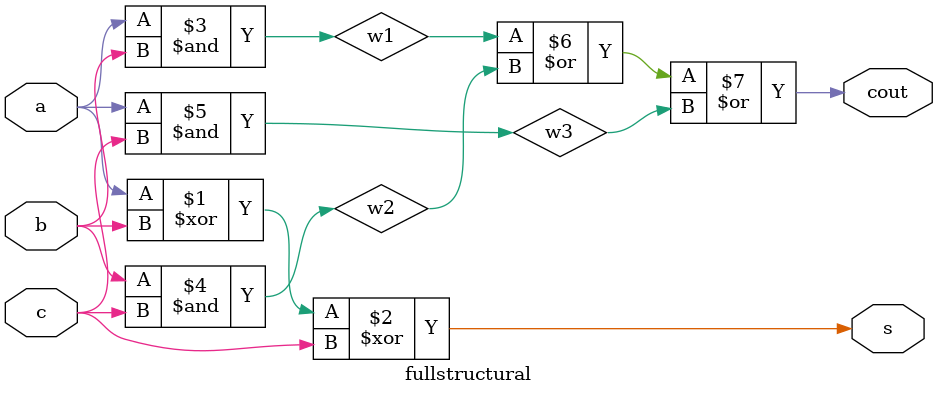
<source format=v>
`timescale 1ns / 1ps

module fullstructural(
input a,b,c,output s,cout

    );
    xor x1(s,a,b,c);
    and a1(w1,a,b);
    and a2(w2,b,c);
    and a3(w3,a,c);
    or r1(cout,w1,w2,w3);
endmodule

</source>
